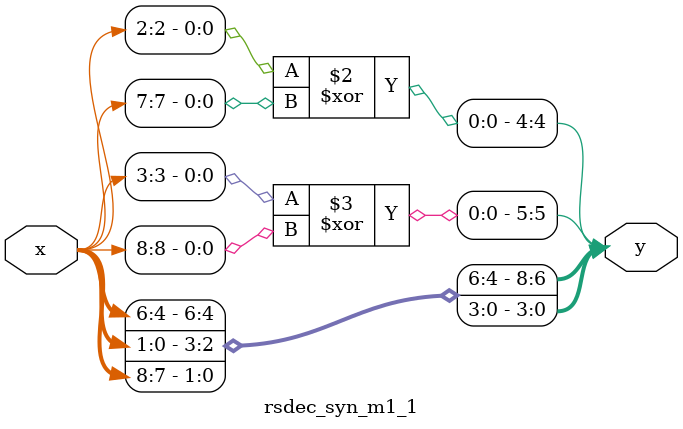
<source format=v>
module rsdec_syn_m1_1 (y, x);
	input [8:0] x;
	output [8:0] y;
	reg [8:0] y;
	always @ (x)
	begin
		y[0] = x[7];
		y[1] = x[8];
		y[2] = x[0];
		y[3] = x[1];
		y[4] = x[2] ^ x[7];
		y[5] = x[3] ^ x[8];
		y[6] = x[4];
		y[7] = x[5];
		y[8] = x[6];
	end
endmodule
</source>
